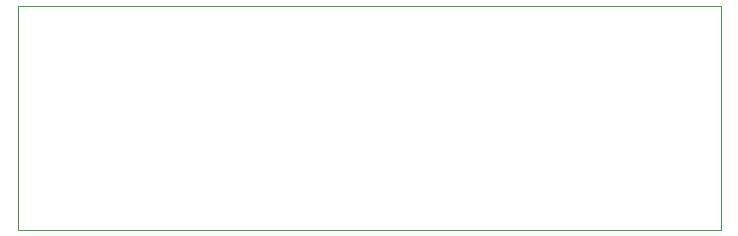
<source format=gm1>
G04 #@! TF.GenerationSoftware,KiCad,Pcbnew,(5.1.5-0-10_14)*
G04 #@! TF.CreationDate,2020-02-22T10:41:04+08:00*
G04 #@! TF.ProjectId,audio-board,61756469-6f2d-4626-9f61-72642e6b6963,rev?*
G04 #@! TF.SameCoordinates,Original*
G04 #@! TF.FileFunction,Profile,NP*
%FSLAX46Y46*%
G04 Gerber Fmt 4.6, Leading zero omitted, Abs format (unit mm)*
G04 Created by KiCad (PCBNEW (5.1.5-0-10_14)) date 2020-02-22 10:41:04*
%MOMM*%
%LPD*%
G04 APERTURE LIST*
%ADD10C,0.050000*%
G04 APERTURE END LIST*
D10*
X112675000Y-108505000D02*
X112675000Y-89505000D01*
X172175000Y-108505000D02*
X112675000Y-108505000D01*
X172175000Y-89505000D02*
X172175000Y-108505000D01*
X112675000Y-89505000D02*
X172175000Y-89505000D01*
M02*

</source>
